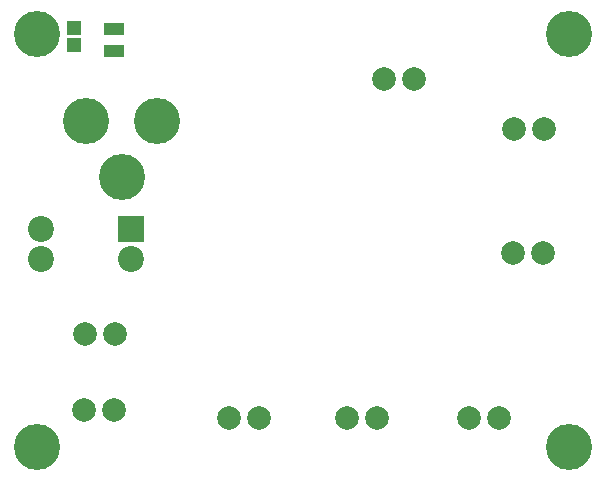
<source format=gts>
G04 Layer_Color=8388736*
%FSLAX44Y44*%
%MOMM*%
G71*
G01*
G75*
%ADD28R,1.7000X1.1000*%
%ADD29R,1.2000X1.2000*%
%ADD30C,3.9000*%
%ADD31C,2.2000*%
%ADD32R,2.2000X2.2000*%
%ADD33C,2.0000*%
D28*
X90000Y379500D02*
D03*
Y360500D02*
D03*
D29*
X56000Y380500D02*
D03*
Y365500D02*
D03*
D30*
X96500Y254000D02*
D03*
X66000Y301000D02*
D03*
X126500D02*
D03*
X475000Y375000D02*
D03*
Y25000D02*
D03*
X25000Y375000D02*
D03*
Y25000D02*
D03*
D31*
X104100Y184300D02*
D03*
X27900D02*
D03*
Y209700D02*
D03*
D32*
X104100D02*
D03*
D33*
X64300Y57000D02*
D03*
X89700D02*
D03*
X65000Y121000D02*
D03*
X90400D02*
D03*
X343700Y337000D02*
D03*
X318300D02*
D03*
X453700Y295000D02*
D03*
X428300D02*
D03*
X452700Y190000D02*
D03*
X427300D02*
D03*
X390300Y50000D02*
D03*
X415700D02*
D03*
X287300D02*
D03*
X312700D02*
D03*
X187300D02*
D03*
X212700D02*
D03*
M02*

</source>
